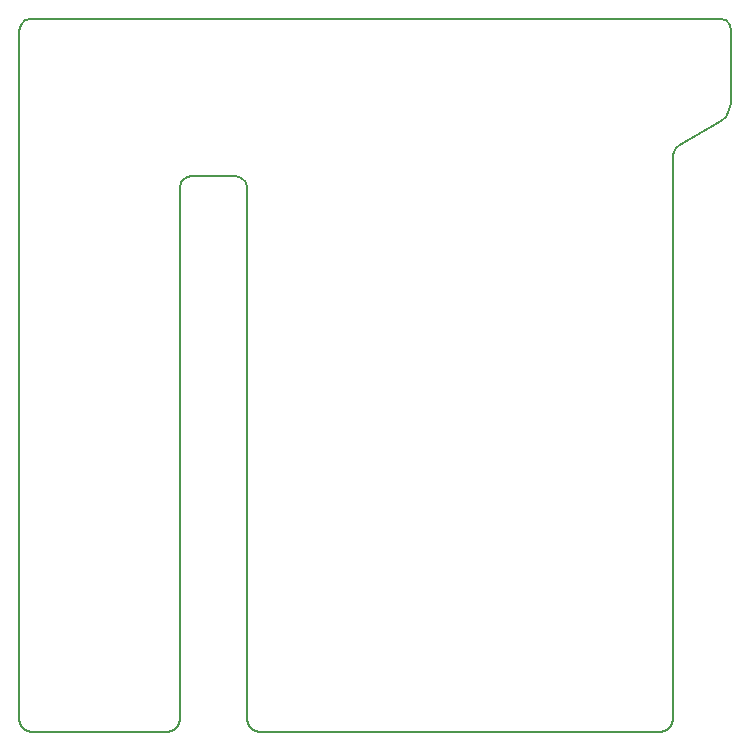
<source format=gbr>
G04 #@! TF.GenerationSoftware,KiCad,Pcbnew,(5.1.10-1-10_14)*
G04 #@! TF.CreationDate,2021-06-08T23:18:15-04:00*
G04 #@! TF.ProjectId,tr109-mainboard,74723130-392d-46d6-9169-6e626f617264,1*
G04 #@! TF.SameCoordinates,Original*
G04 #@! TF.FileFunction,Profile,NP*
%FSLAX46Y46*%
G04 Gerber Fmt 4.6, Leading zero omitted, Abs format (unit mm)*
G04 Created by KiCad (PCBNEW (5.1.10-1-10_14)) date 2021-06-08 23:18:15*
%MOMM*%
%LPD*%
G01*
G04 APERTURE LIST*
G04 #@! TA.AperFunction,Profile*
%ADD10C,0.200000*%
G04 #@! TD*
G04 APERTURE END LIST*
D10*
X113557770Y-130436740D02*
X113691760Y-130936710D01*
X113691760Y-71566860D02*
X114057790Y-71200820D01*
X114057790Y-71200820D02*
X114557810Y-71066830D01*
X113557770Y-72066880D02*
X113557770Y-130436740D01*
X114057790Y-131302740D02*
X114557810Y-131436730D01*
X113691760Y-130936710D02*
X114057790Y-131302740D01*
X113557770Y-72066880D02*
X113691760Y-71566860D01*
X132885770Y-130436740D02*
X132885770Y-85363300D01*
X172873320Y-71066590D02*
X173372390Y-71200580D01*
X128148450Y-84363320D02*
X131885780Y-84363320D01*
X114557810Y-71066830D02*
X172873320Y-71066590D01*
X173735800Y-71566620D02*
X173866150Y-72066580D01*
X126148710Y-131436730D02*
X114557810Y-131436730D01*
X127014770Y-130936710D02*
X127148760Y-130436740D01*
X126648740Y-131302740D02*
X127014770Y-130936710D01*
X126148710Y-131436730D02*
X126648740Y-131302740D01*
X173866150Y-72066580D02*
X173822050Y-78226010D01*
X127148460Y-85363360D02*
X127148760Y-130436740D01*
X167916300Y-131436730D02*
X133885748Y-131436730D01*
X173383180Y-79342580D02*
X172949550Y-79727150D01*
X173702540Y-78793140D02*
X173383180Y-79342580D01*
X173822050Y-78226010D02*
X173702540Y-78793140D01*
X168978450Y-82295810D02*
X168916170Y-82600510D01*
X169148630Y-82000590D02*
X168978450Y-82295810D01*
X169381080Y-81793940D02*
X169148630Y-82000590D01*
X127282450Y-84863340D02*
X127148460Y-85363360D01*
X127648480Y-84497310D02*
X127282450Y-84863340D01*
X128148450Y-84363320D02*
X127648480Y-84497310D01*
X132385740Y-84497310D02*
X131885780Y-84363320D01*
X132751770Y-84863280D02*
X132385740Y-84497310D01*
X132885770Y-85363300D02*
X132751770Y-84863280D01*
X172949550Y-79727150D02*
X169381080Y-81793940D01*
X133019760Y-130936710D02*
X132885770Y-130436740D01*
X133385790Y-131302740D02*
X133019760Y-130936710D01*
X133885748Y-131436730D02*
X133385790Y-131302740D01*
X168782350Y-130936710D02*
X168916290Y-130436740D01*
X168416320Y-131302740D02*
X168782350Y-130936710D01*
X167916300Y-131436730D02*
X168416320Y-131302740D01*
X173372390Y-71200580D02*
X173735800Y-71566620D01*
X168916170Y-82600510D02*
X168916290Y-130436740D01*
M02*

</source>
